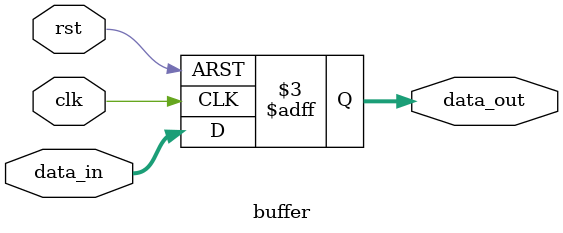
<source format=v>
module buffer #(parameter N = 16) (input [N - 1:0] data_in, input clk, rst, output reg  [N - 1:0] data_out);

	always @ (posedge clk, negedge rst)
	begin
		if (!rst)
			data_out <= 0;
		else
			data_out <= data_in;
	end
endmodule

</source>
